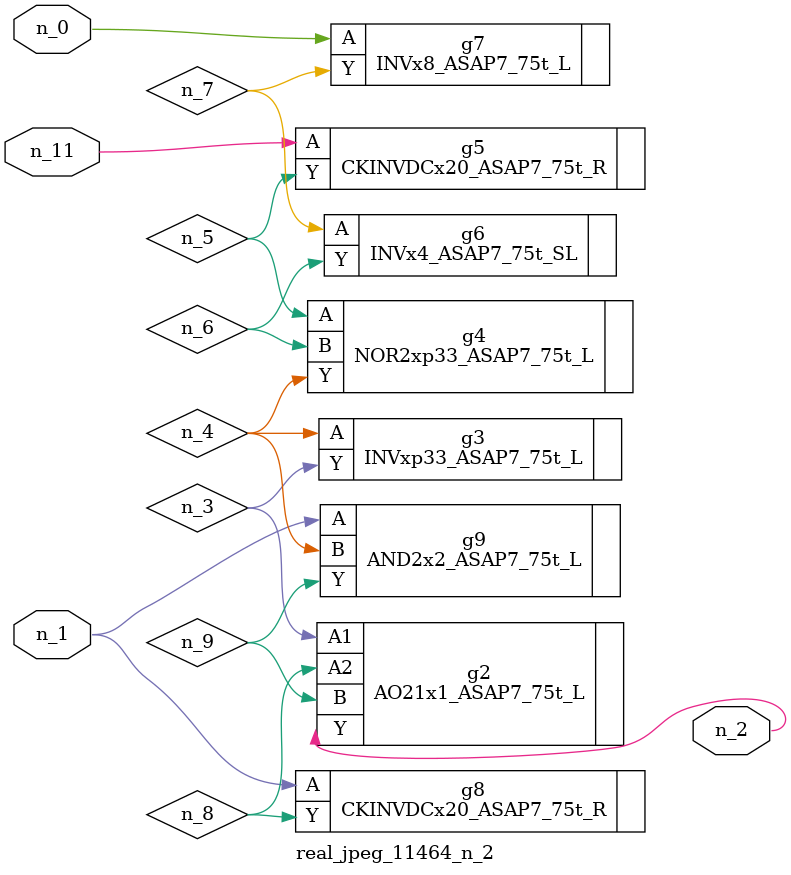
<source format=v>
module real_jpeg_11464_n_2 (n_1, n_11, n_0, n_2);

input n_1;
input n_11;
input n_0;

output n_2;

wire n_5;
wire n_8;
wire n_4;
wire n_6;
wire n_7;
wire n_3;
wire n_9;

INVx8_ASAP7_75t_L g7 ( 
.A(n_0),
.Y(n_7)
);

CKINVDCx20_ASAP7_75t_R g8 ( 
.A(n_1),
.Y(n_8)
);

AND2x2_ASAP7_75t_L g9 ( 
.A(n_1),
.B(n_4),
.Y(n_9)
);

AO21x1_ASAP7_75t_L g2 ( 
.A1(n_3),
.A2(n_8),
.B(n_9),
.Y(n_2)
);

INVxp33_ASAP7_75t_L g3 ( 
.A(n_4),
.Y(n_3)
);

NOR2xp33_ASAP7_75t_L g4 ( 
.A(n_5),
.B(n_6),
.Y(n_4)
);

INVx4_ASAP7_75t_SL g6 ( 
.A(n_7),
.Y(n_6)
);

CKINVDCx20_ASAP7_75t_R g5 ( 
.A(n_11),
.Y(n_5)
);


endmodule
</source>
